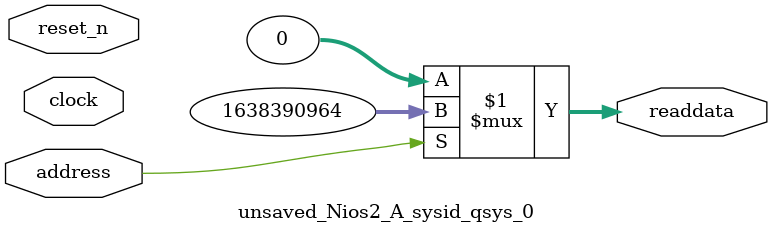
<source format=v>



// synthesis translate_off
`timescale 1ns / 1ps
// synthesis translate_on

// turn off superfluous verilog processor warnings 
// altera message_level Level1 
// altera message_off 10034 10035 10036 10037 10230 10240 10030 

module unsaved_Nios2_A_sysid_qsys_0 (
               // inputs:
                address,
                clock,
                reset_n,

               // outputs:
                readdata
             )
;

  output  [ 31: 0] readdata;
  input            address;
  input            clock;
  input            reset_n;

  wire    [ 31: 0] readdata;
  //control_slave, which is an e_avalon_slave
  assign readdata = address ? 1638390964 : 0;

endmodule



</source>
